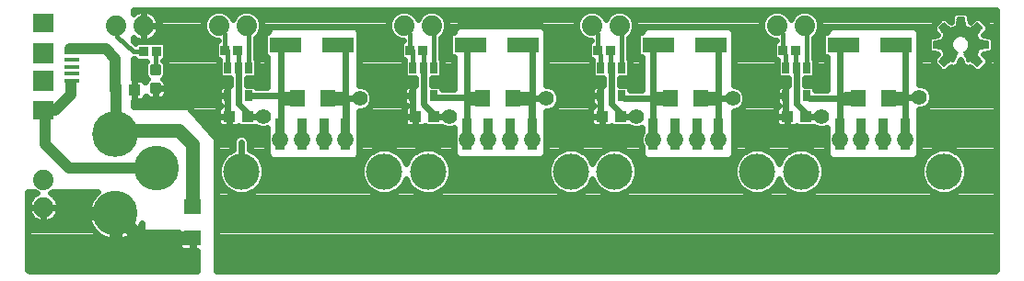
<source format=gtl>
G75*
G70*
%OFA0B0*%
%FSLAX24Y24*%
%IPPOS*%
%LPD*%
%AMOC8*
5,1,8,0,0,1.08239X$1,22.5*
%
%ADD10C,0.1310*%
%ADD11R,0.0354X0.1181*%
%ADD12C,0.1660*%
%ADD13C,0.1620*%
%ADD14R,0.0433X0.0394*%
%ADD15C,0.0059*%
%ADD16R,0.0630X0.0551*%
%ADD17R,0.0272X0.0390*%
%ADD18R,0.0551X0.0138*%
%ADD19R,0.0748X0.0709*%
%ADD20R,0.0748X0.0748*%
%ADD21R,0.0335X0.0354*%
%ADD22R,0.1181X0.0551*%
%ADD23R,0.0551X0.0630*%
%ADD24C,0.0740*%
%ADD25C,0.0118*%
%ADD26C,0.0500*%
%ADD27C,0.0240*%
%ADD28C,0.0560*%
%ADD29C,0.0160*%
%ADD30C,0.0591*%
%ADD31C,0.0400*%
D10*
X008715Y004770D03*
X013885Y004770D03*
X015465Y004770D03*
X020635Y004770D03*
X022215Y004770D03*
X027385Y004770D03*
X028965Y004770D03*
X034135Y004770D03*
D11*
X032731Y006128D03*
X031944Y006128D03*
X031156Y006128D03*
X030369Y006128D03*
X025981Y006128D03*
X025194Y006128D03*
X024406Y006128D03*
X023619Y006128D03*
X019231Y006128D03*
X018444Y006128D03*
X017656Y006128D03*
X016869Y006128D03*
X012481Y006128D03*
X011694Y006128D03*
X010906Y006128D03*
X010119Y006128D03*
D12*
X004150Y006134D03*
D13*
X005631Y004883D03*
X004160Y003251D03*
D14*
X008265Y006770D03*
X008935Y006770D03*
X004835Y007720D03*
X004165Y007720D03*
X015015Y006770D03*
X015685Y006770D03*
X021765Y006770D03*
X022435Y006770D03*
X028465Y006770D03*
X029135Y006770D03*
D15*
X033974Y008764D02*
X034144Y008594D01*
X034391Y008796D01*
X034491Y008745D01*
X034632Y009086D01*
X034579Y009114D01*
X034532Y009152D01*
X034494Y009199D01*
X034466Y009252D01*
X034448Y009310D01*
X034442Y009370D01*
X034449Y009433D01*
X034468Y009493D01*
X034499Y009548D01*
X034541Y009595D01*
X034591Y009633D01*
X034648Y009660D01*
X034710Y009675D01*
X034773Y009677D01*
X034835Y009666D01*
X034894Y009642D01*
X034946Y009607D01*
X034990Y009562D01*
X035025Y009509D01*
X035047Y009450D01*
X035057Y009387D01*
X035054Y009324D01*
X035038Y009263D01*
X035010Y009206D01*
X034972Y009157D01*
X034923Y009116D01*
X034868Y009086D01*
X035009Y008745D01*
X035109Y008796D01*
X035356Y008594D01*
X035526Y008764D01*
X035324Y009011D01*
X035375Y009111D01*
X035409Y009218D01*
X035727Y009250D01*
X035727Y009490D01*
X035409Y009522D01*
X035375Y009629D01*
X035324Y009729D01*
X035526Y009976D01*
X035356Y010146D01*
X035109Y009944D01*
X035009Y009995D01*
X034902Y010029D01*
X034870Y010347D01*
X034630Y010347D01*
X034598Y010029D01*
X034491Y009995D01*
X034391Y009944D01*
X034144Y010146D01*
X033974Y009976D01*
X034176Y009729D01*
X034125Y009629D01*
X034091Y009522D01*
X033773Y009490D01*
X033773Y009250D01*
X034091Y009218D01*
X034125Y009111D01*
X034176Y009011D01*
X033974Y008764D01*
X033998Y008740D02*
X034323Y008740D01*
X034252Y008682D02*
X034056Y008682D01*
X034114Y008625D02*
X034181Y008625D01*
X034002Y008798D02*
X034513Y008798D01*
X034537Y008855D02*
X034049Y008855D01*
X034096Y008913D02*
X034561Y008913D01*
X034584Y008970D02*
X034143Y008970D01*
X034168Y009028D02*
X034608Y009028D01*
X034632Y009085D02*
X034138Y009085D01*
X034115Y009143D02*
X034544Y009143D01*
X034494Y009200D02*
X034096Y009200D01*
X033773Y009258D02*
X034464Y009258D01*
X034448Y009316D02*
X033773Y009316D01*
X033773Y009373D02*
X034443Y009373D01*
X034449Y009431D02*
X033773Y009431D01*
X033773Y009488D02*
X034467Y009488D01*
X034498Y009546D02*
X034098Y009546D01*
X034117Y009603D02*
X034551Y009603D01*
X034651Y009661D02*
X034141Y009661D01*
X034171Y009718D02*
X035329Y009718D01*
X035359Y009661D02*
X034847Y009661D01*
X034950Y009603D02*
X035383Y009603D01*
X035402Y009546D02*
X035001Y009546D01*
X035032Y009488D02*
X035727Y009488D01*
X035727Y009431D02*
X035050Y009431D01*
X035056Y009373D02*
X035727Y009373D01*
X035727Y009316D02*
X035052Y009316D01*
X035036Y009258D02*
X035727Y009258D01*
X035404Y009200D02*
X035006Y009200D01*
X034955Y009143D02*
X035385Y009143D01*
X035362Y009085D02*
X034868Y009085D01*
X034892Y009028D02*
X035332Y009028D01*
X035357Y008970D02*
X034916Y008970D01*
X034939Y008913D02*
X035404Y008913D01*
X035451Y008855D02*
X034963Y008855D01*
X034987Y008798D02*
X035498Y008798D01*
X035502Y008740D02*
X035177Y008740D01*
X035248Y008682D02*
X035444Y008682D01*
X035386Y008625D02*
X035319Y008625D01*
X035362Y009776D02*
X034138Y009776D01*
X034091Y009834D02*
X035409Y009834D01*
X035456Y009891D02*
X034044Y009891D01*
X033997Y009949D02*
X034386Y009949D01*
X034401Y009949D02*
X035099Y009949D01*
X035114Y009949D02*
X035503Y009949D01*
X035495Y010006D02*
X035185Y010006D01*
X035256Y010064D02*
X035438Y010064D01*
X035380Y010121D02*
X035326Y010121D01*
X034975Y010006D02*
X034525Y010006D01*
X034601Y010064D02*
X034899Y010064D01*
X034893Y010121D02*
X034607Y010121D01*
X034613Y010179D02*
X034887Y010179D01*
X034881Y010236D02*
X034619Y010236D01*
X034625Y010294D02*
X034875Y010294D01*
X034244Y010064D02*
X034062Y010064D01*
X034120Y010121D02*
X034174Y010121D01*
X034315Y010006D02*
X034005Y010006D01*
D16*
X006950Y003471D03*
X006950Y002369D03*
D17*
X008226Y007508D03*
X008974Y007508D03*
X008974Y008528D03*
X008600Y008528D03*
X008226Y008528D03*
X014926Y008528D03*
X015300Y008528D03*
X015674Y008528D03*
X015674Y007508D03*
X014926Y007508D03*
X021726Y007508D03*
X022474Y007508D03*
X022474Y008528D03*
X022100Y008528D03*
X021726Y008528D03*
X028426Y008528D03*
X028800Y008528D03*
X029174Y008528D03*
X029174Y007508D03*
X028426Y007508D03*
D18*
X002593Y008058D03*
X002593Y008314D03*
X002593Y008570D03*
X002593Y008826D03*
X002593Y009082D03*
D19*
X001550Y010145D03*
X001550Y006995D03*
D20*
X001550Y008070D03*
X001550Y009070D03*
D21*
X005172Y009120D03*
X005628Y009120D03*
X008122Y009170D03*
X008578Y009170D03*
X014822Y009170D03*
X015278Y009170D03*
X021622Y009170D03*
X022078Y009170D03*
X028322Y009170D03*
X028778Y009170D03*
D22*
X030505Y009370D03*
X032395Y009370D03*
X025695Y009370D03*
X023805Y009370D03*
X018895Y009370D03*
X017005Y009370D03*
X012195Y009370D03*
X010305Y009370D03*
D23*
X010749Y007420D03*
X011851Y007420D03*
X017449Y007420D03*
X018551Y007420D03*
X024249Y007420D03*
X025351Y007420D03*
X031049Y007420D03*
X032151Y007420D03*
D24*
X029100Y010070D03*
X028100Y010070D03*
X022400Y010070D03*
X021400Y010070D03*
X015600Y010070D03*
X014600Y010070D03*
X008900Y010070D03*
X007900Y010070D03*
X005170Y010050D03*
X004170Y010050D03*
X001550Y004470D03*
X001550Y003470D03*
D25*
X005462Y007637D02*
X005738Y007637D01*
X005462Y007637D02*
X005462Y007913D01*
X005738Y007913D01*
X005738Y007637D01*
X005738Y007754D02*
X005462Y007754D01*
X005462Y007871D02*
X005738Y007871D01*
X005738Y008327D02*
X005462Y008327D01*
X005462Y008603D01*
X005738Y008603D01*
X005738Y008327D01*
X005738Y008444D02*
X005462Y008444D01*
X005462Y008561D02*
X005738Y008561D01*
D26*
X010350Y007420D02*
X010749Y007420D01*
X011851Y007420D02*
X012300Y007420D01*
X017050Y007420D02*
X017449Y007420D01*
X018551Y007420D02*
X019050Y007420D01*
X023800Y007420D02*
X024249Y007420D01*
X025351Y007420D02*
X025800Y007420D01*
X030600Y007420D02*
X031049Y007420D01*
X032151Y007420D02*
X032550Y007420D01*
X006950Y005770D02*
X006950Y003471D01*
X005043Y002369D02*
X004160Y003251D01*
X005043Y002369D02*
X006950Y002369D01*
X006950Y005770D02*
X006450Y006270D01*
X004286Y006270D01*
X004150Y006134D01*
D27*
X000982Y001202D02*
X001001Y001171D01*
X001032Y001152D01*
X001050Y001150D01*
X007100Y001150D01*
X007100Y001893D01*
X006968Y001893D01*
X006968Y002351D01*
X006932Y002351D01*
X006435Y002351D01*
X006435Y002067D01*
X006449Y002016D01*
X006475Y001970D01*
X006512Y001933D01*
X006558Y001907D01*
X006609Y001893D01*
X006932Y001893D01*
X006932Y002351D01*
X006932Y002387D01*
X006435Y002387D01*
X006435Y002570D01*
X005150Y002570D01*
X005100Y002620D01*
X005100Y002880D01*
X005095Y002864D01*
X005045Y002762D01*
X004985Y002666D01*
X004914Y002577D01*
X004834Y002497D01*
X004745Y002426D01*
X004649Y002366D01*
X004547Y002317D01*
X004440Y002279D01*
X004329Y002254D01*
X004280Y002249D01*
X004280Y003131D01*
X004040Y003131D01*
X004040Y002249D01*
X003991Y002254D01*
X003880Y002279D01*
X003773Y002317D01*
X003671Y002366D01*
X003575Y002426D01*
X003486Y002497D01*
X003406Y002577D01*
X003335Y002666D01*
X003275Y002762D01*
X003225Y002864D01*
X003188Y002971D01*
X003163Y003082D01*
X003157Y003131D01*
X004040Y003131D01*
X004040Y003371D01*
X003157Y003371D01*
X003163Y003421D01*
X003188Y003532D01*
X003225Y003639D01*
X003275Y003741D01*
X003335Y003837D01*
X003406Y003926D01*
X003486Y004006D01*
X003504Y004020D01*
X001878Y004020D01*
X001862Y004004D01*
X001804Y003980D01*
X001849Y003958D01*
X001921Y003905D01*
X001985Y003841D01*
X002038Y003769D01*
X002078Y003689D01*
X002106Y003603D01*
X002120Y003515D01*
X002120Y003470D01*
X001550Y003470D01*
X001550Y003470D01*
X001550Y003470D01*
X000980Y003470D01*
X000980Y003515D01*
X000994Y003603D01*
X001022Y003689D01*
X001062Y003769D01*
X001115Y003841D01*
X001179Y003905D01*
X001251Y003958D01*
X001296Y003980D01*
X001238Y004004D01*
X001222Y004020D01*
X000980Y004020D01*
X000980Y001220D01*
X000982Y001202D01*
X000982Y001209D02*
X007100Y001209D01*
X007100Y001447D02*
X000980Y001447D01*
X000980Y001686D02*
X007100Y001686D01*
X006968Y001924D02*
X006932Y001924D01*
X006528Y001924D02*
X000980Y001924D01*
X000980Y002163D02*
X006435Y002163D01*
X006435Y002401D02*
X004705Y002401D01*
X004280Y002401D02*
X004040Y002401D01*
X003615Y002401D02*
X000980Y002401D01*
X000980Y002640D02*
X003356Y002640D01*
X004040Y002640D02*
X004280Y002640D01*
X004280Y002878D02*
X004040Y002878D01*
X004040Y003117D02*
X004280Y003117D01*
X004040Y003355D02*
X002109Y003355D01*
X002106Y003337D02*
X002120Y003425D01*
X002120Y003470D01*
X001550Y003470D01*
X001550Y002900D01*
X001595Y002900D01*
X001683Y002914D01*
X001769Y002942D01*
X001849Y002982D01*
X001921Y003035D01*
X001985Y003099D01*
X002038Y003171D01*
X002078Y003251D01*
X002106Y003337D01*
X001998Y003117D02*
X003159Y003117D01*
X003221Y002878D02*
X000980Y002878D01*
X001179Y003035D02*
X001251Y002982D01*
X001331Y002942D01*
X001417Y002914D01*
X001505Y002900D01*
X001550Y002900D01*
X001550Y003470D01*
X001550Y003470D01*
X000980Y003470D01*
X000980Y003425D01*
X000994Y003337D01*
X001022Y003251D01*
X001062Y003171D01*
X001115Y003099D01*
X001179Y003035D01*
X001102Y003117D02*
X000980Y003117D01*
X000980Y003355D02*
X000991Y003355D01*
X001550Y003355D02*
X001550Y003355D01*
X001550Y003117D02*
X001550Y003117D01*
X000992Y003594D02*
X000980Y003594D01*
X000980Y003832D02*
X001108Y003832D01*
X001992Y003832D02*
X003332Y003832D01*
X003210Y003594D02*
X002108Y003594D01*
X004964Y002640D02*
X005100Y002640D01*
X005099Y002878D02*
X005100Y002878D01*
X006932Y002163D02*
X006968Y002163D01*
X007800Y002163D02*
X036053Y002163D01*
X036053Y002401D02*
X007800Y002401D01*
X007800Y002640D02*
X036053Y002640D01*
X036053Y002878D02*
X007800Y002878D01*
X007800Y003117D02*
X036053Y003117D01*
X036053Y003355D02*
X007800Y003355D01*
X007800Y003594D02*
X036053Y003594D01*
X036053Y003832D02*
X007800Y003832D01*
X007800Y004071D02*
X008234Y004071D01*
X008242Y004062D02*
X008549Y003935D01*
X008881Y003935D01*
X009188Y004062D01*
X009423Y004297D01*
X009550Y004604D01*
X009550Y004936D01*
X009423Y005243D01*
X009188Y005478D01*
X009000Y005556D01*
X009000Y005893D01*
X008954Y006003D01*
X008870Y006087D01*
X008760Y006133D01*
X008640Y006133D01*
X008530Y006087D01*
X008446Y006003D01*
X008400Y005893D01*
X008400Y005543D01*
X008242Y005478D01*
X008007Y005243D01*
X007880Y004936D01*
X007880Y004604D01*
X008007Y004297D01*
X008242Y004062D01*
X008002Y004309D02*
X007800Y004309D01*
X007800Y004548D02*
X007903Y004548D01*
X007880Y004786D02*
X007800Y004786D01*
X007800Y005025D02*
X007917Y005025D01*
X008027Y005263D02*
X007800Y005263D01*
X007800Y005502D02*
X008299Y005502D01*
X008400Y005740D02*
X007800Y005740D01*
X007800Y005970D02*
X006850Y007070D01*
X006850Y007120D01*
X004800Y007120D01*
X004800Y007323D01*
X004835Y007323D01*
X005078Y007323D01*
X005128Y007337D01*
X005174Y007363D01*
X005211Y007400D01*
X005238Y007446D01*
X005249Y007489D01*
X005261Y007472D01*
X005297Y007436D01*
X005339Y007407D01*
X005387Y007388D01*
X005437Y007378D01*
X005600Y007378D01*
X005763Y007378D01*
X005813Y007388D01*
X005861Y007407D01*
X005903Y007436D01*
X005939Y007472D01*
X005967Y007514D01*
X005987Y007561D01*
X005997Y007611D01*
X005997Y007775D01*
X005997Y007938D01*
X005987Y007988D01*
X005967Y008035D01*
X005939Y008078D01*
X005903Y008114D01*
X005878Y008130D01*
X005940Y008192D01*
X005977Y008280D01*
X005977Y008651D01*
X005940Y008738D01*
X005893Y008786D01*
X005976Y008868D01*
X005976Y009372D01*
X005870Y009477D01*
X004930Y009477D01*
X004865Y009413D01*
X004800Y009473D01*
X004800Y009614D01*
X004871Y009562D01*
X004951Y009522D01*
X005037Y009494D01*
X005125Y009480D01*
X005170Y009480D01*
X005215Y009480D01*
X005303Y009494D01*
X005389Y009522D01*
X005469Y009562D01*
X005541Y009615D01*
X005605Y009679D01*
X005658Y009751D01*
X005698Y009831D01*
X005726Y009917D01*
X005740Y010005D01*
X005740Y010050D01*
X005740Y010095D01*
X005726Y010183D01*
X005698Y010269D01*
X005658Y010349D01*
X005605Y010421D01*
X005541Y010485D01*
X005469Y010538D01*
X005389Y010578D01*
X005303Y010606D01*
X005215Y010620D01*
X005170Y010620D01*
X005170Y010050D01*
X005170Y010050D01*
X005740Y010050D01*
X005170Y010050D01*
X005170Y010050D01*
X005170Y010620D01*
X005125Y010620D01*
X005037Y010606D01*
X004951Y010578D01*
X004871Y010538D01*
X004800Y010486D01*
X004800Y010633D01*
X035983Y010633D01*
X036001Y010630D01*
X036033Y010612D01*
X036051Y010581D01*
X036053Y010563D01*
X036053Y001220D01*
X036051Y001202D01*
X036033Y001171D01*
X036001Y001152D01*
X035983Y001150D01*
X007800Y001150D01*
X007800Y005970D01*
X007793Y005979D02*
X008436Y005979D01*
X008700Y005833D02*
X008700Y004770D01*
X009550Y004786D02*
X013050Y004786D01*
X013050Y004936D02*
X013050Y004604D01*
X013177Y004297D01*
X013412Y004062D01*
X013719Y003935D01*
X014051Y003935D01*
X014358Y004062D01*
X014593Y004297D01*
X014675Y004495D01*
X014757Y004297D01*
X014992Y004062D01*
X015299Y003935D01*
X015631Y003935D01*
X015938Y004062D01*
X016173Y004297D01*
X016300Y004604D01*
X016300Y004936D01*
X016173Y005243D01*
X015938Y005478D01*
X015631Y005605D01*
X015299Y005605D01*
X014992Y005478D01*
X014757Y005243D01*
X014675Y005045D01*
X014593Y005243D01*
X014358Y005478D01*
X014051Y005605D01*
X013719Y005605D01*
X013412Y005478D01*
X013177Y005243D01*
X013050Y004936D01*
X013087Y005025D02*
X009513Y005025D01*
X009764Y005217D02*
X009852Y005180D01*
X012798Y005180D01*
X012886Y005217D01*
X012953Y005284D01*
X012990Y005372D01*
X012990Y005468D01*
X012990Y006960D01*
X013091Y006960D01*
X013261Y007030D01*
X013390Y007159D01*
X013460Y007328D01*
X013460Y007511D01*
X013390Y007681D01*
X013261Y007810D01*
X013091Y007880D01*
X012990Y007880D01*
X012990Y009818D01*
X012953Y009906D01*
X012886Y009973D01*
X012798Y010010D01*
X009852Y010010D01*
X009764Y009973D01*
X009697Y009906D01*
X009663Y009826D01*
X009640Y009826D01*
X009535Y009720D01*
X009535Y009020D01*
X009640Y008914D01*
X009660Y008914D01*
X009660Y007808D01*
X009259Y007808D01*
X009184Y007883D01*
X008900Y007883D01*
X008900Y008153D01*
X009184Y008153D01*
X009290Y008258D01*
X009290Y008797D01*
X009234Y008853D01*
X009234Y009626D01*
X009366Y009758D01*
X009450Y009961D01*
X009450Y010179D01*
X009366Y010382D01*
X009212Y010536D01*
X009009Y010620D01*
X008791Y010620D01*
X008588Y010536D01*
X008434Y010382D01*
X008400Y010300D01*
X008366Y010382D01*
X008212Y010536D01*
X008009Y010620D01*
X007791Y010620D01*
X007588Y010536D01*
X007434Y010382D01*
X007350Y010179D01*
X007350Y009961D01*
X007434Y009758D01*
X007588Y009604D01*
X007791Y009520D01*
X007862Y009520D01*
X007862Y009509D01*
X007774Y009422D01*
X007774Y008918D01*
X007880Y008813D01*
X007926Y008813D01*
X007910Y008797D01*
X007910Y008258D01*
X008016Y008153D01*
X008300Y008153D01*
X008300Y007903D01*
X008226Y007903D01*
X008226Y007508D01*
X007890Y007508D01*
X007890Y007287D01*
X007904Y007236D01*
X007930Y007191D01*
X007967Y007153D01*
X007970Y007152D01*
X007926Y007127D01*
X007889Y007090D01*
X007862Y007044D01*
X007849Y006993D01*
X007849Y006770D01*
X007849Y006547D01*
X007862Y006496D01*
X007889Y006450D01*
X007926Y006413D01*
X007972Y006387D01*
X008022Y006373D01*
X008265Y006373D01*
X008265Y006770D01*
X007849Y006770D01*
X008265Y006770D01*
X008265Y006770D01*
X008265Y006770D01*
X008226Y006870D01*
X008226Y007508D01*
X008226Y007508D01*
X007890Y007508D01*
X007890Y007729D01*
X007904Y007780D01*
X007930Y007826D01*
X007967Y007863D01*
X008013Y007889D01*
X008064Y007903D01*
X008226Y007903D01*
X008226Y007508D01*
X008226Y007508D01*
X008226Y007648D02*
X008226Y007648D01*
X008226Y007887D02*
X008226Y007887D01*
X008008Y007887D02*
X005997Y007887D01*
X005997Y007775D02*
X005600Y007775D01*
X005600Y007775D01*
X005997Y007775D01*
X005997Y007648D02*
X007890Y007648D01*
X007890Y007410D02*
X005864Y007410D01*
X005600Y007410D02*
X005600Y007410D01*
X005600Y007378D02*
X005600Y007775D01*
X005600Y007775D01*
X005600Y007378D01*
X005336Y007410D02*
X005217Y007410D01*
X004835Y007410D02*
X004835Y007410D01*
X004835Y007323D02*
X004835Y007720D01*
X004835Y007720D01*
X004835Y008117D01*
X005078Y008117D01*
X005128Y008103D01*
X005174Y008077D01*
X005211Y008040D01*
X005225Y008016D01*
X005233Y008035D01*
X005261Y008078D01*
X005297Y008114D01*
X005322Y008130D01*
X005260Y008192D01*
X005223Y008280D01*
X005223Y008651D01*
X005260Y008738D01*
X005284Y008763D01*
X004930Y008763D01*
X004833Y008860D01*
X004806Y008860D01*
X004800Y008860D01*
X004800Y008117D01*
X004835Y008117D01*
X004835Y007720D01*
X004835Y007720D01*
X004835Y007323D01*
X004800Y007171D02*
X007950Y007171D01*
X007849Y006933D02*
X006969Y006933D01*
X007175Y006694D02*
X007849Y006694D01*
X008265Y006694D02*
X008265Y006694D01*
X008265Y006770D02*
X008265Y006373D01*
X008508Y006373D01*
X008559Y006387D01*
X008605Y006413D01*
X008614Y006423D01*
X008644Y006393D01*
X009226Y006393D01*
X009226Y006393D01*
X009239Y006380D01*
X009408Y006310D01*
X009591Y006310D01*
X009660Y006338D01*
X009660Y006061D01*
X009645Y006025D01*
X009645Y005835D01*
X009660Y005799D01*
X009660Y005372D01*
X009697Y005284D01*
X009764Y005217D01*
X009718Y005263D02*
X009403Y005263D01*
X009660Y005502D02*
X009131Y005502D01*
X009000Y005740D02*
X009660Y005740D01*
X009645Y005979D02*
X008964Y005979D01*
X009660Y006217D02*
X007587Y006217D01*
X007381Y006456D02*
X007886Y006456D01*
X008265Y006456D02*
X008265Y006456D01*
X008935Y006770D02*
X009500Y006770D01*
X008935Y006770D02*
X008935Y006885D01*
X008600Y007220D01*
X008600Y008528D01*
X009290Y008602D02*
X009660Y008602D01*
X009660Y008364D02*
X009290Y008364D01*
X009660Y008125D02*
X008900Y008125D01*
X008300Y008125D02*
X005886Y008125D01*
X005314Y008125D02*
X004800Y008125D01*
X004800Y008364D02*
X005223Y008364D01*
X005223Y008602D02*
X004800Y008602D01*
X004800Y008841D02*
X004852Y008841D01*
X005948Y008841D02*
X007852Y008841D01*
X007910Y008602D02*
X005977Y008602D01*
X005977Y008364D02*
X007910Y008364D01*
X009247Y008841D02*
X009660Y008841D01*
X009535Y009079D02*
X009234Y009079D01*
X009234Y009318D02*
X009535Y009318D01*
X010150Y009370D02*
X010150Y007508D01*
X010238Y007420D01*
X010350Y007420D01*
X010150Y007508D02*
X008974Y007508D01*
X008900Y007887D02*
X009660Y007887D01*
X010150Y007508D02*
X010150Y006328D01*
X010119Y006128D01*
X012481Y006128D02*
X012500Y006147D01*
X012500Y007420D01*
X013000Y007420D01*
X013460Y007410D02*
X014590Y007410D01*
X014590Y007508D02*
X014590Y007287D01*
X014604Y007236D01*
X014630Y007191D01*
X014667Y007153D01*
X014695Y007138D01*
X014676Y007127D01*
X014639Y007090D01*
X014612Y007044D01*
X014599Y006993D01*
X014599Y006770D01*
X014599Y006547D01*
X014612Y006496D01*
X014639Y006450D01*
X014676Y006413D01*
X014722Y006387D01*
X014772Y006373D01*
X015015Y006373D01*
X015015Y006770D01*
X014599Y006770D01*
X015015Y006770D01*
X015015Y006770D01*
X015015Y006770D01*
X014926Y006859D01*
X014926Y007508D01*
X014590Y007508D01*
X014926Y007508D01*
X014926Y007508D01*
X014926Y007508D01*
X014926Y007903D01*
X015000Y007903D01*
X015000Y008153D01*
X014716Y008153D01*
X014610Y008258D01*
X014610Y008797D01*
X014626Y008813D01*
X014580Y008813D01*
X014474Y008918D01*
X014474Y009422D01*
X014562Y009509D01*
X014562Y009520D01*
X014491Y009520D01*
X014288Y009604D01*
X014134Y009758D01*
X014050Y009961D01*
X014050Y010179D01*
X014134Y010382D01*
X014288Y010536D01*
X014491Y010620D01*
X014709Y010620D01*
X014912Y010536D01*
X015066Y010382D01*
X015100Y010300D01*
X015134Y010382D01*
X015288Y010536D01*
X015491Y010620D01*
X015709Y010620D01*
X015912Y010536D01*
X016066Y010382D01*
X016150Y010179D01*
X016150Y009961D01*
X016066Y009758D01*
X015934Y009626D01*
X015934Y008853D01*
X015990Y008797D01*
X015990Y008258D01*
X015884Y008153D01*
X015600Y008153D01*
X015600Y007883D01*
X015884Y007883D01*
X015990Y007778D01*
X015990Y007770D01*
X016410Y007770D01*
X016410Y008914D01*
X016340Y008914D01*
X016235Y009020D01*
X016235Y009720D01*
X016340Y009826D01*
X016410Y009826D01*
X016410Y009868D01*
X016447Y009956D01*
X016514Y010023D01*
X016602Y010060D01*
X019548Y010060D01*
X019636Y010023D01*
X019703Y009956D01*
X019740Y009868D01*
X019740Y007880D01*
X019841Y007880D01*
X020011Y007810D01*
X020140Y007681D01*
X020210Y007511D01*
X020210Y007328D01*
X020140Y007159D01*
X020011Y007030D01*
X019841Y006960D01*
X019740Y006960D01*
X019740Y005422D01*
X019703Y005334D01*
X019636Y005267D01*
X019548Y005230D01*
X016602Y005230D01*
X016514Y005267D01*
X016447Y005334D01*
X016410Y005422D01*
X016410Y005799D01*
X016395Y005835D01*
X016395Y006025D01*
X016410Y006061D01*
X016410Y006338D01*
X016341Y006310D01*
X016158Y006310D01*
X015989Y006380D01*
X015976Y006393D01*
X015976Y006393D01*
X015394Y006393D01*
X015364Y006423D01*
X015355Y006413D01*
X015309Y006387D01*
X015258Y006373D01*
X015015Y006373D01*
X015015Y006770D01*
X015015Y006694D02*
X015015Y006694D01*
X014599Y006694D02*
X012990Y006694D01*
X012990Y006933D02*
X014599Y006933D01*
X014650Y007171D02*
X013395Y007171D01*
X012500Y007420D02*
X012300Y007420D01*
X013403Y007648D02*
X014590Y007648D01*
X014590Y007729D02*
X014590Y007508D01*
X014590Y007729D02*
X014604Y007780D01*
X014630Y007826D01*
X014667Y007863D01*
X014713Y007889D01*
X014764Y007903D01*
X014926Y007903D01*
X014926Y007508D01*
X014926Y007648D02*
X014926Y007648D01*
X014926Y007887D02*
X014926Y007887D01*
X014708Y007887D02*
X012990Y007887D01*
X012990Y008125D02*
X015000Y008125D01*
X014610Y008364D02*
X012990Y008364D01*
X012990Y008602D02*
X014610Y008602D01*
X014552Y008841D02*
X012990Y008841D01*
X012990Y009079D02*
X014474Y009079D01*
X014474Y009318D02*
X012990Y009318D01*
X012481Y009370D02*
X012481Y006128D01*
X012990Y006217D02*
X016410Y006217D01*
X016395Y005979D02*
X012990Y005979D01*
X012990Y005740D02*
X016410Y005740D01*
X016410Y005502D02*
X015881Y005502D01*
X016153Y005263D02*
X016523Y005263D01*
X016263Y005025D02*
X019837Y005025D01*
X019800Y004936D02*
X019800Y004604D01*
X019927Y004297D01*
X020162Y004062D01*
X020469Y003935D01*
X020801Y003935D01*
X021108Y004062D01*
X021343Y004297D01*
X021425Y004495D01*
X021507Y004297D01*
X021742Y004062D01*
X022049Y003935D01*
X022381Y003935D01*
X022688Y004062D01*
X022923Y004297D01*
X023050Y004604D01*
X023050Y004936D01*
X022923Y005243D01*
X022688Y005478D01*
X022381Y005605D01*
X022049Y005605D01*
X021742Y005478D01*
X021507Y005243D01*
X021425Y005045D01*
X021343Y005243D01*
X021108Y005478D01*
X020801Y005605D01*
X020469Y005605D01*
X020162Y005478D01*
X019927Y005243D01*
X019800Y004936D01*
X019800Y004786D02*
X016300Y004786D01*
X016277Y004548D02*
X019823Y004548D01*
X019922Y004309D02*
X016178Y004309D01*
X015946Y004071D02*
X020154Y004071D01*
X021116Y004071D02*
X021734Y004071D01*
X021502Y004309D02*
X021348Y004309D01*
X022696Y004071D02*
X026904Y004071D01*
X026912Y004062D02*
X027219Y003935D01*
X027551Y003935D01*
X027858Y004062D01*
X028093Y004297D01*
X028175Y004495D01*
X028257Y004297D01*
X028492Y004062D01*
X028799Y003935D01*
X029131Y003935D01*
X029438Y004062D01*
X029673Y004297D01*
X029800Y004604D01*
X029800Y004936D01*
X029673Y005243D01*
X029438Y005478D01*
X029131Y005605D01*
X028799Y005605D01*
X028492Y005478D01*
X028257Y005243D01*
X028175Y005045D01*
X028093Y005243D01*
X027858Y005478D01*
X027551Y005605D01*
X027219Y005605D01*
X026912Y005478D01*
X026677Y005243D01*
X026550Y004936D01*
X026550Y004604D01*
X026677Y004297D01*
X026912Y004062D01*
X026672Y004309D02*
X022928Y004309D01*
X023027Y004548D02*
X026573Y004548D01*
X026550Y004786D02*
X023050Y004786D01*
X023013Y005025D02*
X026587Y005025D01*
X026436Y005217D02*
X026348Y005180D01*
X023402Y005180D01*
X023314Y005217D01*
X023247Y005284D01*
X023210Y005372D01*
X023210Y005678D01*
X023145Y005835D01*
X023145Y006025D01*
X023210Y006182D01*
X023210Y006359D01*
X023091Y006310D01*
X022908Y006310D01*
X022739Y006380D01*
X022726Y006393D01*
X022726Y006393D01*
X022144Y006393D01*
X022114Y006423D01*
X022105Y006413D01*
X022059Y006387D01*
X022008Y006373D01*
X021765Y006373D01*
X021765Y006770D01*
X021349Y006770D01*
X021349Y006547D01*
X021362Y006496D01*
X021389Y006450D01*
X021426Y006413D01*
X021472Y006387D01*
X021522Y006373D01*
X021765Y006373D01*
X021765Y006770D01*
X021765Y006770D01*
X021349Y006770D01*
X021349Y006993D01*
X021362Y007044D01*
X021389Y007090D01*
X021426Y007127D01*
X021470Y007152D01*
X021467Y007153D01*
X021430Y007191D01*
X021404Y007236D01*
X021390Y007287D01*
X021390Y007508D01*
X021726Y007508D01*
X021726Y007508D01*
X021726Y006809D01*
X021765Y006770D01*
X021765Y006770D01*
X021765Y006694D02*
X021765Y006694D01*
X021349Y006694D02*
X019740Y006694D01*
X019740Y006933D02*
X021349Y006933D01*
X021450Y007171D02*
X020145Y007171D01*
X020210Y007410D02*
X021390Y007410D01*
X021390Y007508D02*
X021726Y007508D01*
X021726Y007508D01*
X021726Y007903D01*
X021800Y007903D01*
X021800Y008153D01*
X021516Y008153D01*
X021410Y008258D01*
X021410Y008797D01*
X021426Y008813D01*
X021380Y008813D01*
X021274Y008918D01*
X021274Y009422D01*
X021362Y009509D01*
X021362Y009520D01*
X021291Y009520D01*
X021088Y009604D01*
X020934Y009758D01*
X020850Y009961D01*
X020850Y010179D01*
X020934Y010382D01*
X021088Y010536D01*
X021291Y010620D01*
X021509Y010620D01*
X021712Y010536D01*
X021866Y010382D01*
X021900Y010300D01*
X021934Y010382D01*
X022088Y010536D01*
X022291Y010620D01*
X022509Y010620D01*
X022712Y010536D01*
X022866Y010382D01*
X022950Y010179D01*
X022950Y009961D01*
X022866Y009758D01*
X022734Y009626D01*
X022734Y008853D01*
X022790Y008797D01*
X022790Y008258D01*
X022684Y008153D01*
X022400Y008153D01*
X022400Y007883D01*
X022684Y007883D01*
X022790Y007778D01*
X022790Y007720D01*
X023210Y007720D01*
X023210Y008914D01*
X023140Y008914D01*
X023035Y009020D01*
X023035Y009720D01*
X023140Y009826D01*
X023213Y009826D01*
X023247Y009906D01*
X023314Y009973D01*
X023402Y010010D01*
X026348Y010010D01*
X026436Y009973D01*
X026503Y009906D01*
X026540Y009818D01*
X026540Y007880D01*
X026591Y007880D01*
X026761Y007810D01*
X026890Y007681D01*
X026960Y007511D01*
X026960Y007328D01*
X026890Y007159D01*
X026761Y007030D01*
X026591Y006960D01*
X026540Y006960D01*
X026540Y005468D01*
X026540Y005372D01*
X026503Y005284D01*
X026436Y005217D01*
X026482Y005263D02*
X026697Y005263D01*
X026540Y005502D02*
X026969Y005502D01*
X026540Y005740D02*
X029910Y005740D01*
X029910Y005799D02*
X029910Y005372D01*
X029947Y005284D01*
X030014Y005217D01*
X030102Y005180D01*
X033048Y005180D01*
X033136Y005217D01*
X033203Y005284D01*
X033240Y005372D01*
X033240Y005468D01*
X033240Y007010D01*
X033341Y007010D01*
X033511Y007080D01*
X033640Y007209D01*
X033710Y007378D01*
X033710Y007561D01*
X033640Y007731D01*
X033511Y007860D01*
X033341Y007930D01*
X033240Y007930D01*
X033240Y009818D01*
X033203Y009906D01*
X033136Y009973D01*
X033048Y010010D01*
X030102Y010010D01*
X030014Y009973D01*
X029947Y009906D01*
X029913Y009826D01*
X029840Y009826D01*
X029735Y009720D01*
X029735Y009020D01*
X029840Y008914D01*
X029910Y008914D01*
X029910Y007720D01*
X029490Y007720D01*
X029490Y007778D01*
X029384Y007883D01*
X029100Y007883D01*
X029100Y008153D01*
X029384Y008153D01*
X029490Y008258D01*
X029490Y008797D01*
X029434Y008853D01*
X029434Y009626D01*
X029566Y009758D01*
X029650Y009961D01*
X029650Y010179D01*
X029566Y010382D01*
X029412Y010536D01*
X029209Y010620D01*
X028991Y010620D01*
X028788Y010536D01*
X028634Y010382D01*
X028600Y010300D01*
X028566Y010382D01*
X028412Y010536D01*
X028209Y010620D01*
X027991Y010620D01*
X027788Y010536D01*
X027634Y010382D01*
X027550Y010179D01*
X027550Y009961D01*
X027634Y009758D01*
X027788Y009604D01*
X027991Y009520D01*
X028062Y009520D01*
X028062Y009509D01*
X027974Y009422D01*
X027974Y008918D01*
X028080Y008813D01*
X028126Y008813D01*
X028110Y008797D01*
X028110Y008258D01*
X028216Y008153D01*
X028500Y008153D01*
X028500Y007903D01*
X028426Y007903D01*
X028426Y007508D01*
X028090Y007508D01*
X028090Y007287D01*
X028104Y007236D01*
X028130Y007191D01*
X028167Y007153D01*
X028170Y007152D01*
X028126Y007127D01*
X028089Y007090D01*
X028062Y007044D01*
X028049Y006993D01*
X028049Y006770D01*
X028049Y006547D01*
X028062Y006496D01*
X028089Y006450D01*
X028126Y006413D01*
X028172Y006387D01*
X028222Y006373D01*
X028465Y006373D01*
X028465Y006770D01*
X028049Y006770D01*
X028465Y006770D01*
X028465Y006770D01*
X028465Y006770D01*
X028426Y006809D01*
X028426Y007508D01*
X028426Y007508D01*
X028090Y007508D01*
X028090Y007729D01*
X028104Y007780D01*
X028130Y007826D01*
X028167Y007863D01*
X028213Y007889D01*
X028264Y007903D01*
X028426Y007903D01*
X028426Y007508D01*
X028426Y007508D01*
X028426Y007648D02*
X028426Y007648D01*
X028426Y007887D02*
X028426Y007887D01*
X028208Y007887D02*
X026540Y007887D01*
X026903Y007648D02*
X028090Y007648D01*
X028090Y007410D02*
X026960Y007410D01*
X026500Y007420D02*
X025800Y007420D01*
X025981Y007320D02*
X025981Y009289D01*
X025900Y009370D01*
X026540Y009318D02*
X027974Y009318D01*
X027974Y009079D02*
X026540Y009079D01*
X026540Y008841D02*
X028052Y008841D01*
X028110Y008602D02*
X026540Y008602D01*
X026540Y008364D02*
X028110Y008364D01*
X028800Y008528D02*
X028800Y007220D01*
X029135Y006885D01*
X029250Y006770D01*
X029700Y006770D01*
X029426Y006393D02*
X029439Y006380D01*
X029608Y006310D01*
X029791Y006310D01*
X029910Y006359D01*
X029910Y006061D01*
X029895Y006025D01*
X029895Y005835D01*
X029910Y005799D01*
X029895Y005979D02*
X026540Y005979D01*
X026540Y006217D02*
X029910Y006217D01*
X030369Y006128D02*
X030369Y007189D01*
X030600Y007420D01*
X029262Y007420D01*
X029174Y007508D01*
X029100Y007887D02*
X029910Y007887D01*
X029910Y008125D02*
X029100Y008125D01*
X028500Y008125D02*
X026540Y008125D01*
X025981Y007320D02*
X025981Y006128D01*
X026000Y006197D01*
X026540Y006456D02*
X028086Y006456D01*
X028465Y006456D02*
X028465Y006456D01*
X028465Y006373D02*
X028708Y006373D01*
X028759Y006387D01*
X028805Y006413D01*
X028814Y006423D01*
X028844Y006393D01*
X029426Y006393D01*
X029426Y006393D01*
X029135Y006770D02*
X029135Y006885D01*
X028465Y006770D02*
X028465Y006373D01*
X028465Y006694D02*
X028465Y006694D01*
X028049Y006694D02*
X026540Y006694D01*
X026540Y006933D02*
X028049Y006933D01*
X028150Y007171D02*
X026895Y007171D01*
X024249Y007420D02*
X023600Y007420D01*
X023600Y006197D01*
X023619Y006128D01*
X023619Y009184D01*
X023805Y009370D01*
X023035Y009318D02*
X022734Y009318D01*
X022734Y009079D02*
X023035Y009079D01*
X023210Y008841D02*
X022747Y008841D01*
X022790Y008602D02*
X023210Y008602D01*
X023210Y008364D02*
X022790Y008364D01*
X022400Y008125D02*
X023210Y008125D01*
X023210Y007887D02*
X022400Y007887D01*
X022474Y007508D02*
X022562Y007420D01*
X023600Y007420D01*
X022500Y006770D02*
X022435Y006885D01*
X022435Y006770D01*
X022500Y006770D02*
X023000Y006770D01*
X022435Y006885D02*
X022100Y007220D01*
X022100Y008528D01*
X021410Y008602D02*
X019740Y008602D01*
X019740Y008364D02*
X021410Y008364D01*
X021800Y008125D02*
X019740Y008125D01*
X019740Y007887D02*
X021508Y007887D01*
X021513Y007889D02*
X021467Y007863D01*
X021430Y007826D01*
X021404Y007780D01*
X021390Y007729D01*
X021390Y007508D01*
X021390Y007648D02*
X020153Y007648D01*
X019750Y007420D02*
X019200Y007420D01*
X019200Y006209D01*
X019231Y006128D01*
X019231Y009339D01*
X019200Y009370D01*
X019740Y009318D02*
X021274Y009318D01*
X021274Y009079D02*
X019740Y009079D01*
X019740Y008841D02*
X021352Y008841D01*
X021204Y009556D02*
X019740Y009556D01*
X019740Y009795D02*
X020919Y009795D01*
X020850Y010033D02*
X019613Y010033D01*
X020888Y010272D02*
X016112Y010272D01*
X016150Y010033D02*
X016537Y010033D01*
X016309Y009795D02*
X016081Y009795D01*
X015934Y009556D02*
X016235Y009556D01*
X016235Y009318D02*
X015934Y009318D01*
X015934Y009079D02*
X016235Y009079D01*
X016410Y008841D02*
X015947Y008841D01*
X015990Y008602D02*
X016410Y008602D01*
X016410Y008364D02*
X015990Y008364D01*
X015600Y008125D02*
X016410Y008125D01*
X016410Y007887D02*
X015600Y007887D01*
X015674Y007508D02*
X015712Y007470D01*
X016869Y007470D01*
X016919Y007420D01*
X017050Y007420D01*
X016869Y007470D02*
X016869Y009234D01*
X017005Y009370D01*
X015300Y008528D02*
X015300Y007220D01*
X015685Y006835D01*
X015750Y006770D01*
X016250Y006770D01*
X015685Y006770D02*
X015685Y006835D01*
X015015Y006456D02*
X015015Y006456D01*
X014636Y006456D02*
X012990Y006456D01*
X012990Y005502D02*
X013469Y005502D01*
X013197Y005263D02*
X012932Y005263D01*
X014301Y005502D02*
X015049Y005502D01*
X014777Y005263D02*
X014573Y005263D01*
X013073Y004548D02*
X009527Y004548D01*
X009428Y004309D02*
X013172Y004309D01*
X013404Y004071D02*
X009196Y004071D01*
X014366Y004071D02*
X014984Y004071D01*
X014752Y004309D02*
X014598Y004309D01*
X016869Y006128D02*
X016869Y007470D01*
X019050Y007420D02*
X019200Y007420D01*
X021513Y007889D02*
X021564Y007903D01*
X021726Y007903D01*
X021726Y007508D01*
X021726Y007648D02*
X021726Y007648D01*
X021726Y007887D02*
X021726Y007887D01*
X021765Y006456D02*
X021765Y006456D01*
X021386Y006456D02*
X019740Y006456D01*
X019740Y006217D02*
X023210Y006217D01*
X023145Y005979D02*
X019740Y005979D01*
X019740Y005740D02*
X023184Y005740D01*
X023210Y005502D02*
X022631Y005502D01*
X022903Y005263D02*
X023268Y005263D01*
X021799Y005502D02*
X021051Y005502D01*
X021323Y005263D02*
X021527Y005263D01*
X020219Y005502D02*
X019740Y005502D01*
X019627Y005263D02*
X019947Y005263D01*
X027801Y005502D02*
X028549Y005502D01*
X028277Y005263D02*
X028073Y005263D01*
X029381Y005502D02*
X029910Y005502D01*
X029968Y005263D02*
X029653Y005263D01*
X029763Y005025D02*
X033337Y005025D01*
X033300Y004936D02*
X033300Y004604D01*
X033427Y004297D01*
X033662Y004062D01*
X033969Y003935D01*
X034301Y003935D01*
X034608Y004062D01*
X034843Y004297D01*
X034970Y004604D01*
X034970Y004936D01*
X034843Y005243D01*
X034608Y005478D01*
X034301Y005605D01*
X033969Y005605D01*
X033662Y005478D01*
X033427Y005243D01*
X033300Y004936D01*
X033300Y004786D02*
X029800Y004786D01*
X029777Y004548D02*
X033323Y004548D01*
X033422Y004309D02*
X029678Y004309D01*
X029446Y004071D02*
X033654Y004071D01*
X034616Y004071D02*
X036053Y004071D01*
X036053Y004309D02*
X034848Y004309D01*
X034947Y004548D02*
X036053Y004548D01*
X036053Y004786D02*
X034970Y004786D01*
X034933Y005025D02*
X036053Y005025D01*
X036053Y005263D02*
X034823Y005263D01*
X034551Y005502D02*
X036053Y005502D01*
X036053Y005740D02*
X033240Y005740D01*
X033240Y005502D02*
X033719Y005502D01*
X033447Y005263D02*
X033182Y005263D01*
X033240Y005979D02*
X036053Y005979D01*
X036053Y006217D02*
X033240Y006217D01*
X032750Y006197D02*
X032730Y006530D01*
X032730Y007370D01*
X032730Y009339D01*
X032731Y009339D01*
X032700Y009370D01*
X033240Y009318D02*
X033564Y009318D01*
X033564Y009261D02*
X033556Y009185D01*
X033564Y009175D01*
X033564Y009163D01*
X033617Y009109D01*
X033666Y009050D01*
X033678Y009049D01*
X033686Y009041D01*
X033762Y009041D01*
X033917Y009025D01*
X033819Y008905D01*
X033765Y008851D01*
X033765Y008839D01*
X033757Y008829D01*
X033765Y008753D01*
X033765Y008677D01*
X033774Y008669D01*
X033775Y008656D01*
X033834Y008608D01*
X033988Y008454D01*
X034036Y008395D01*
X034049Y008394D01*
X034057Y008385D01*
X034133Y008385D01*
X034209Y008377D01*
X034219Y008385D01*
X034231Y008385D01*
X034285Y008439D01*
X034417Y008547D01*
X034472Y008519D01*
X034482Y008522D01*
X034491Y008518D01*
X034563Y008548D01*
X034638Y008572D01*
X034642Y008581D01*
X034651Y008584D01*
X034681Y008657D01*
X034717Y008726D01*
X034714Y008736D01*
X034750Y008823D01*
X034786Y008736D01*
X034783Y008726D01*
X034819Y008657D01*
X034849Y008584D01*
X034858Y008581D01*
X034862Y008572D01*
X034937Y008548D01*
X035009Y008518D01*
X035018Y008522D01*
X035028Y008519D01*
X035083Y008547D01*
X035215Y008439D01*
X035269Y008385D01*
X035281Y008385D01*
X035291Y008377D01*
X035367Y008385D01*
X035443Y008385D01*
X035451Y008394D01*
X035464Y008395D01*
X035512Y008454D01*
X035666Y008608D01*
X035725Y008656D01*
X035726Y008669D01*
X035735Y008677D01*
X035735Y008753D01*
X035743Y008829D01*
X035735Y008839D01*
X035735Y008851D01*
X035681Y008905D01*
X035583Y009025D01*
X035738Y009041D01*
X035814Y009041D01*
X035822Y009049D01*
X035834Y009050D01*
X035883Y009109D01*
X035936Y009163D01*
X035936Y009175D01*
X035944Y009185D01*
X035936Y009261D01*
X035936Y009479D01*
X035944Y009555D01*
X035936Y009565D01*
X035936Y009577D01*
X035883Y009631D01*
X035834Y009690D01*
X035822Y009691D01*
X035814Y009699D01*
X035738Y009699D01*
X035583Y009715D01*
X035681Y009835D01*
X035735Y009889D01*
X035735Y009901D01*
X035743Y009911D01*
X035735Y009987D01*
X035735Y010063D01*
X035726Y010071D01*
X035725Y010084D01*
X035666Y010132D01*
X035512Y010286D01*
X035464Y010345D01*
X035451Y010346D01*
X035443Y010355D01*
X035367Y010355D01*
X035291Y010363D01*
X035281Y010355D01*
X035269Y010355D01*
X035215Y010301D01*
X035095Y010203D01*
X035079Y010358D01*
X035079Y010434D01*
X035071Y010442D01*
X035070Y010454D01*
X035011Y010503D01*
X034957Y010556D01*
X034945Y010556D01*
X034935Y010564D01*
X034859Y010556D01*
X034641Y010556D01*
X034565Y010564D01*
X034555Y010556D01*
X034543Y010556D01*
X034489Y010503D01*
X034430Y010454D01*
X034429Y010442D01*
X034421Y010434D01*
X034421Y010358D01*
X034405Y010203D01*
X034285Y010301D01*
X034231Y010355D01*
X034219Y010355D01*
X034209Y010363D01*
X034133Y010355D01*
X034057Y010355D01*
X034049Y010346D01*
X034036Y010345D01*
X033988Y010286D01*
X033834Y010132D01*
X033775Y010084D01*
X033774Y010071D01*
X033765Y010063D01*
X033765Y009987D01*
X033757Y009911D01*
X033765Y009901D01*
X033765Y009889D01*
X033819Y009835D01*
X033917Y009715D01*
X033762Y009699D01*
X033686Y009699D01*
X033678Y009691D01*
X033666Y009690D01*
X033617Y009631D01*
X033564Y009577D01*
X033564Y009565D01*
X033556Y009555D01*
X033564Y009479D01*
X033564Y009261D01*
X033642Y009079D02*
X033240Y009079D01*
X033240Y008841D02*
X033765Y008841D01*
X033840Y008602D02*
X033240Y008602D01*
X033240Y008364D02*
X036053Y008364D01*
X036053Y008602D02*
X035660Y008602D01*
X035735Y008841D02*
X036053Y008841D01*
X036053Y009079D02*
X035858Y009079D01*
X035936Y009318D02*
X036053Y009318D01*
X036053Y009556D02*
X035943Y009556D01*
X036053Y009795D02*
X035648Y009795D01*
X035735Y010033D02*
X036053Y010033D01*
X036053Y010272D02*
X035526Y010272D01*
X035179Y010272D02*
X035088Y010272D01*
X035003Y010510D02*
X036053Y010510D01*
X034497Y010510D02*
X029438Y010510D01*
X029612Y010272D02*
X033974Y010272D01*
X034321Y010272D02*
X034412Y010272D01*
X033765Y010033D02*
X029650Y010033D01*
X029581Y009795D02*
X029809Y009795D01*
X029735Y009556D02*
X029434Y009556D01*
X029434Y009318D02*
X029735Y009318D01*
X029735Y009079D02*
X029434Y009079D01*
X029447Y008841D02*
X029910Y008841D01*
X029910Y008602D02*
X029490Y008602D01*
X029490Y008364D02*
X029910Y008364D01*
X030369Y009234D02*
X030505Y009370D01*
X030369Y009234D02*
X030369Y007189D01*
X032550Y007420D02*
X032600Y007470D01*
X033250Y007470D01*
X033710Y007410D02*
X036053Y007410D01*
X036053Y007648D02*
X033674Y007648D01*
X033446Y007887D02*
X036053Y007887D01*
X036053Y008125D02*
X033240Y008125D01*
X034659Y008602D02*
X034841Y008602D01*
X033557Y009556D02*
X033240Y009556D01*
X033240Y009795D02*
X033852Y009795D01*
X028762Y010510D02*
X028438Y010510D01*
X027762Y010510D02*
X022738Y010510D01*
X022062Y010510D02*
X021738Y010510D01*
X021062Y010510D02*
X015938Y010510D01*
X015262Y010510D02*
X014938Y010510D01*
X014262Y010510D02*
X009238Y010510D01*
X008562Y010510D02*
X008238Y010510D01*
X007562Y010510D02*
X005507Y010510D01*
X005170Y010510D02*
X005170Y010510D01*
X004833Y010510D02*
X004800Y010510D01*
X005170Y010272D02*
X005170Y010272D01*
X005170Y010050D02*
X005170Y009480D01*
X005170Y010050D01*
X005170Y010050D01*
X005170Y010033D02*
X005170Y010033D01*
X005170Y009795D02*
X005170Y009795D01*
X005680Y009795D02*
X007419Y009795D01*
X007350Y010033D02*
X005740Y010033D01*
X005697Y010272D02*
X007388Y010272D01*
X007704Y009556D02*
X005456Y009556D01*
X005170Y009556D02*
X005170Y009556D01*
X004884Y009556D02*
X004800Y009556D01*
X005976Y009318D02*
X007774Y009318D01*
X007774Y009079D02*
X005976Y009079D01*
X009234Y009556D02*
X009535Y009556D01*
X010150Y009370D02*
X010305Y009370D01*
X009609Y009795D02*
X009381Y009795D01*
X009450Y010033D02*
X014050Y010033D01*
X014119Y009795D02*
X012990Y009795D01*
X012990Y009556D02*
X014404Y009556D01*
X014088Y010272D02*
X009412Y010272D01*
X012195Y009370D02*
X012481Y009370D01*
X005600Y007648D02*
X005600Y007648D01*
X004835Y007648D02*
X004835Y007648D01*
X004835Y007887D02*
X004835Y007887D01*
X007800Y001924D02*
X036053Y001924D01*
X036053Y001686D02*
X007800Y001686D01*
X007800Y001447D02*
X036053Y001447D01*
X036052Y001209D02*
X007800Y001209D01*
X027866Y004071D02*
X028484Y004071D01*
X028252Y004309D02*
X028098Y004309D01*
X032731Y006128D02*
X032750Y006197D01*
X033240Y006456D02*
X036053Y006456D01*
X036053Y006694D02*
X033240Y006694D01*
X033240Y006933D02*
X036053Y006933D01*
X036053Y007171D02*
X033602Y007171D01*
X027904Y009556D02*
X026540Y009556D01*
X026540Y009795D02*
X027619Y009795D01*
X027550Y010033D02*
X022950Y010033D01*
X022881Y009795D02*
X023109Y009795D01*
X023035Y009556D02*
X022734Y009556D01*
X022912Y010272D02*
X027588Y010272D01*
D28*
X026500Y007420D03*
X029700Y006770D03*
X033250Y007470D03*
X023000Y006770D03*
X019750Y007420D03*
X016250Y006770D03*
X013000Y007420D03*
X009500Y006770D03*
D29*
X005600Y008465D02*
X005600Y009042D01*
X005628Y009120D01*
X005172Y009120D02*
X004800Y009120D01*
X004200Y009670D01*
X004200Y010020D01*
X004170Y010050D01*
X007900Y010070D02*
X008122Y009770D01*
X008122Y009170D01*
X008200Y009170D01*
X008200Y008554D01*
X008226Y008528D01*
X008600Y008528D02*
X008600Y009048D01*
X008578Y009170D01*
X008974Y008528D02*
X008974Y009944D01*
X008900Y010070D01*
X014600Y010070D02*
X014822Y009748D01*
X014822Y009170D01*
X014900Y009142D01*
X014900Y008554D01*
X014926Y008528D01*
X015300Y008528D02*
X015300Y009198D01*
X015278Y009170D01*
X015674Y008528D02*
X015674Y009944D01*
X015600Y010070D01*
X021400Y010070D02*
X021622Y009748D01*
X021622Y009170D01*
X021700Y008992D01*
X021700Y008554D01*
X021726Y008528D01*
X022078Y008550D02*
X022078Y009170D01*
X022078Y008550D02*
X022100Y008528D01*
X022474Y008528D02*
X022474Y009944D01*
X022400Y010070D01*
X028100Y010070D02*
X028322Y009748D01*
X028322Y009170D01*
X028400Y008992D01*
X028400Y008554D01*
X028426Y008528D01*
X028778Y008550D02*
X028778Y009170D01*
X028778Y008550D02*
X028800Y008528D01*
X029174Y008528D02*
X029174Y009996D01*
X029100Y010070D01*
X025881Y007420D02*
X025800Y007420D01*
X025881Y007420D02*
X025898Y007418D01*
X025915Y007414D01*
X025931Y007407D01*
X025945Y007397D01*
X025958Y007384D01*
X025968Y007370D01*
X025975Y007354D01*
X025979Y007337D01*
X025981Y007320D01*
X032550Y007420D02*
X032680Y007420D01*
X032693Y007418D01*
X032705Y007413D01*
X032715Y007405D01*
X032723Y007395D01*
X032728Y007383D01*
X032730Y007370D01*
X004165Y007720D02*
X004150Y007705D01*
D30*
X010120Y005930D03*
X010900Y005930D03*
X011700Y005930D03*
X012480Y005930D03*
X016870Y005930D03*
X017650Y005930D03*
X018450Y005930D03*
X019230Y005930D03*
X023620Y005930D03*
X024400Y005930D03*
X025200Y005930D03*
X025980Y005930D03*
X030370Y005930D03*
X031150Y005930D03*
X031950Y005930D03*
X032730Y005930D03*
D31*
X005631Y004883D02*
X002487Y004883D01*
X001600Y005770D01*
X001600Y006945D01*
X001550Y006995D01*
X001975Y006995D01*
X002550Y007570D01*
X002550Y007920D01*
X004150Y007705D02*
X004150Y008870D01*
X003800Y009220D01*
X002500Y009220D01*
X004165Y007720D02*
X004165Y006149D01*
X004150Y006134D01*
M02*

</source>
